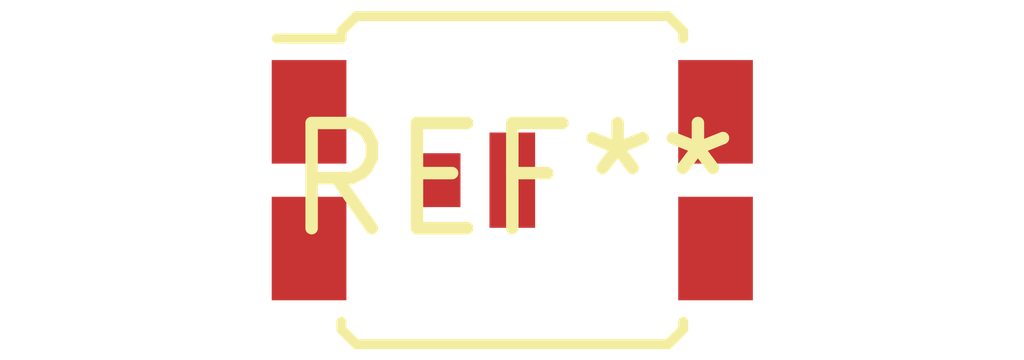
<source format=kicad_pcb>
(kicad_pcb (version 20240108) (generator pcbnew)
  (layers (0 "F.Cu" signal) (31 "B.Cu" signal) (34 "B.Paste" user) (35 "F.Paste" user) (36 "B.SilkS" user "B.Silkscreen") (37 "F.SilkS" user "F.Silkscreen") (38 "B.Mask" user) (39 "F.Mask" user) (44 "Edge.Cuts" user))
  (net 0 "")
  (footprint "DirectFET_S1" (layer "F.Cu") (at 0 0)
    (property "Reference" "REF**")
    (property "Value" "DirectFET_S1")
    (fp_line (start -2.84 -1.71) (end -2.06 -1.71) (layer "F.SilkS") (stroke (width 0.12)))
    (fp_line (start -2.06 -1.8) (end -1.88 -1.98) (layer "F.SilkS") (stroke (width 0.12)))
    (fp_line (start -2.06 -1.71) (end -2.06 -1.8) (layer "F.SilkS") (stroke (width 0.12)))
    (fp_line (start -2.06 1.71) (end -2.06 1.8) (layer "F.SilkS") (stroke (width 0.12)))
    (fp_line (start -2.06 1.8) (end -1.88 1.98) (layer "F.SilkS") (stroke (width 0.12)))
    (fp_line (start -1.88 -1.98) (end 1.88 -1.98) (layer "F.SilkS") (stroke (width 0.12)))
    (fp_line (start -1.88 1.98) (end 1.88 1.98) (layer "F.SilkS") (stroke (width 0.12)))
    (fp_line (start 2.06 -1.8) (end 1.88 -1.98) (layer "F.SilkS") (stroke (width 0.12)))
    (fp_line (start 2.06 -1.71) (end 2.06 -1.8) (layer "F.SilkS") (stroke (width 0.12)))
    (fp_line (start 2.06 1.71) (end 2.06 1.8) (layer "F.SilkS") (stroke (width 0.12)))
    (fp_line (start 2.06 1.8) (end 1.88 1.98) (layer "F.SilkS") (stroke (width 0.12)))
    (pad "1" smd rect (at -2.45 -0.825) (size 0.9 1.25) (layers "F.Cu" "F.Paste" "F.Mask"))
    (pad "1" smd rect (at -2.45 0.825) (size 0.9 1.25) (layers "F.Cu" "F.Paste" "F.Mask"))
    (pad "1" smd rect (at 2.45 -0.825) (size 0.9 1.25) (layers "F.Cu" "F.Paste" "F.Mask"))
    (pad "1" smd rect (at 2.45 0.825) (size 0.9 1.25) (layers "F.Cu" "F.Paste" "F.Mask"))
    (pad "2" smd rect (at -0.9 0) (size 0.55 0.65) (layers "F.Cu" "F.Paste" "F.Mask"))
    (pad "3" smd rect (at 0 0) (size 0.55 1.15) (layers "F.Cu" "F.Paste" "F.Mask"))
  )
)
</source>
